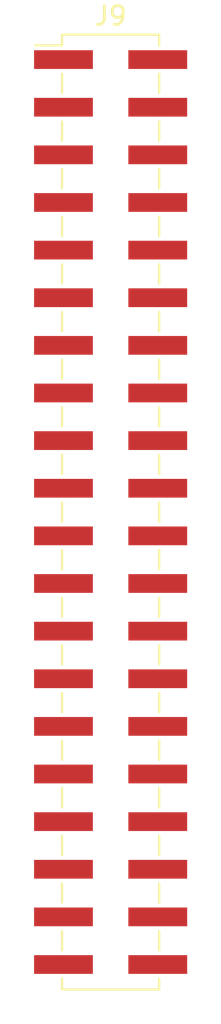
<source format=kicad_pcb>
(kicad_pcb (version 20240108) (generator "pcbnew") (generator_version "8.0")
  (layers (0 "F.Cu" signal) (31 "B.Cu" signal) (34 "B.Paste" user) (35 "F.Paste" user) (36 "B.SilkS" user "B.Silkscreen") (37 "F.SilkS" user "F.Silkscreen") (38 "B.Mask" user) (39 "F.Mask" user) (44 "Edge.Cuts" user))
  (net 0 "")
  (net 1 "3.3_VDC")
  (net 2 "CAN0_DIN")
  (net 3 "GND")
  (net 4 "I2S_FS")
  (net 5 "I2C2_CLK")
  (net 6 "I2C5_CLK")
  (net 7 "UART1_RX")
  (net 8 "UART1_TX")
  (net 9 "5.0_VDC")
  (net 10 "UART1_RTS")
  (net 11 "SPI1_SCK")
  (net 12 "CAN1_DOUT")
  (net 13 "GPIO8")
  (net 14 "I2S_SDIN")
  (net 15 "SPI_MISO")
  (net 16 "GPIO17")
  (net 17 "I2C2_DAT")
  (net 18 "I2S2_CLK")
  (net 19 "CAN1_DIN")
  (net 20 "GPIO32")
  (net 21 "SPI1_CS0_N")
  (net 22 "I2S_SDOUT")
  (net 23 "SPI1_MOSI")
  (net 24 "SPI1_CS1_N")
  (net 25 "GPIO35")
  (net 26 "GPIO9")
  (net 27 "I2C5_DAT")
  (net 28 "GPIO27")
  (net 29 "CAN0_DOUT")
  (net 30 "MCLK05")
  (net 31 "UART1_CTS")
  (footprint "Connector_PinHeader_2.54mm:PinHeader_2x20_P2.54mm_Vertical_SMD" (layer "F.Cu") (at 57.575 94.97)
    (property "Reference" "J9" (at 0 -26.46 0) (layer "F.SilkS"))
    (property "Value" "~")
    (fp_line (start -4.04 -24.89) (end -2.6 -24.89) (stroke (width 0.12)) (layer "F.SilkS"))
    (fp_line (start -2.6 -25.46) (end -2.6 -24.89) (stroke (width 0.12)) (layer "F.SilkS"))
    (fp_line (start -2.6 -25.46) (end 2.6 -25.46) (stroke (width 0.12)) (layer "F.SilkS"))
    (fp_line (start -2.6 -23.37) (end -2.6 -22.35) (stroke (width 0.12)) (layer "F.SilkS"))
    (fp_line (start -2.6 -20.83) (end -2.6 -19.81) (stroke (width 0.12)) (layer "F.SilkS"))
    (fp_line (start -2.6 -18.29) (end -2.6 -17.27) (stroke (width 0.12)) (layer "F.SilkS"))
    (fp_line (start -2.6 -15.75) (end -2.6 -14.73) (stroke (width 0.12)) (layer "F.SilkS"))
    (fp_line (start -2.6 -13.21) (end -2.6 -12.19) (stroke (width 0.12)) (layer "F.SilkS"))
    (fp_line (start -2.6 -10.67) (end -2.6 -9.65) (stroke (width 0.12)) (layer "F.SilkS"))
    (fp_line (start -2.6 -8.13) (end -2.6 -7.11) (stroke (width 0.12)) (layer "F.SilkS"))
    (fp_line (start -2.6 -5.59) (end -2.6 -4.57) (stroke (width 0.12)) (layer "F.SilkS"))
    (fp_line (start -2.6 -3.05) (end -2.6 -2.03) (stroke (width 0.12)) (layer "F.SilkS"))
    (fp_line (start -2.6 -0.51) (end -2.6 0.51) (stroke (width 0.12)) (layer "F.SilkS"))
    (fp_line (start -2.6 2.03) (end -2.6 3.05) (stroke (width 0.12)) (layer "F.SilkS"))
    (fp_line (start -2.6 4.57) (end -2.6 5.59) (stroke (width 0.12)) (layer "F.SilkS"))
    (fp_line (start -2.6 7.11) (end -2.6 8.13) (stroke (width 0.12)) (layer "F.SilkS"))
    (fp_line (start -2.6 9.65) (end -2.6 10.67) (stroke (width 0.12)) (layer "F.SilkS"))
    (fp_line (start -2.6 12.19) (end -2.6 13.21) (stroke (width 0.12)) (layer "F.SilkS"))
    (fp_line (start -2.6 14.73) (end -2.6 15.75) (stroke (width 0.12)) (layer "F.SilkS"))
    (fp_line (start -2.6 17.27) (end -2.6 18.29) (stroke (width 0.12)) (layer "F.SilkS"))
    (fp_line (start -2.6 19.81) (end -2.6 20.83) (stroke (width 0.12)) (layer "F.SilkS"))
    (fp_line (start -2.6 22.35) (end -2.6 23.37) (stroke (width 0.12)) (layer "F.SilkS"))
    (fp_line (start -2.6 24.89) (end -2.6 25.46) (stroke (width 0.12)) (layer "F.SilkS"))
    (fp_line (start -2.6 25.46) (end 2.6 25.46) (stroke (width 0.12)) (layer "F.SilkS"))
    (fp_line (start 2.6 -25.46) (end 2.6 -24.89) (stroke (width 0.12)) (layer "F.SilkS"))
    (fp_line (start 2.6 -23.37) (end 2.6 -22.35) (stroke (width 0.12)) (layer "F.SilkS"))
    (fp_line (start 2.6 -20.83) (end 2.6 -19.81) (stroke (width 0.12)) (layer "F.SilkS"))
    (fp_line (start 2.6 -18.29) (end 2.6 -17.27) (stroke (width 0.12)) (layer "F.SilkS"))
    (fp_line (start 2.6 -15.75) (end 2.6 -14.73) (stroke (width 0.12)) (layer "F.SilkS"))
    (fp_line (start 2.6 -13.21) (end 2.6 -12.19) (stroke (width 0.12)) (layer "F.SilkS"))
    (fp_line (start 2.6 -10.67) (end 2.6 -9.65) (stroke (width 0.12)) (layer "F.SilkS"))
    (fp_line (start 2.6 -8.13) (end 2.6 -7.11) (stroke (width 0.12)) (layer "F.SilkS"))
    (fp_line (start 2.6 -5.59) (end 2.6 -4.57) (stroke (width 0.12)) (layer "F.SilkS"))
    (fp_line (start 2.6 -3.05) (end 2.6 -2.03) (stroke (width 0.12)) (layer "F.SilkS"))
    (fp_line (start 2.6 -0.51) (end 2.6 0.51) (stroke (width 0.12)) (layer "F.SilkS"))
    (fp_line (start 2.6 2.03) (end 2.6 3.05) (stroke (width 0.12)) (layer "F.SilkS"))
    (fp_line (start 2.6 4.57) (end 2.6 5.59) (stroke (width 0.12)) (layer "F.SilkS"))
    (fp_line (start 2.6 7.11) (end 2.6 8.13) (stroke (width 0.12)) (layer "F.SilkS"))
    (fp_line (start 2.6 9.65) (end 2.6 10.67) (stroke (width 0.12)) (layer "F.SilkS"))
    (fp_line (start 2.6 12.19) (end 2.6 13.21) (stroke (width 0.12)) (layer "F.SilkS"))
    (fp_line (start 2.6 14.73) (end 2.6 15.75) (stroke (width 0.12)) (layer "F.SilkS"))
    (fp_line (start 2.6 17.27) (end 2.6 18.29) (stroke (width 0.12)) (layer "F.SilkS"))
    (fp_line (start 2.6 19.81) (end 2.6 20.83) (stroke (width 0.12)) (layer "F.SilkS"))
    (fp_line (start 2.6 22.35) (end 2.6 23.37) (stroke (width 0.12)) (layer "F.SilkS"))
    (fp_line (start 2.6 24.89) (end 2.6 25.46) (stroke (width 0.12)) (layer "F.SilkS"))
    (pad "1" smd rect (at -2.525 -24.13) (size 3.15 1) (layers "F.Cu" "F.Paste" "F.Mask") (net 1 "3.3_VDC"))
    (pad "2" smd rect (at 2.525 -24.13) (size 3.15 1) (layers "F.Cu" "F.Paste" "F.Mask") (net 9 "5.0_VDC"))
    (pad "3" smd rect (at -2.525 -21.59) (size 3.15 1) (layers "F.Cu" "F.Paste" "F.Mask") (net 27 "I2C5_DAT"))
    (pad "4" smd rect (at 2.525 -21.59) (size 3.15 1) (layers "F.Cu" "F.Paste" "F.Mask") (net 9 "5.0_VDC"))
    (pad "5" smd rect (at -2.525 -19.05) (size 3.15 1) (layers "F.Cu" "F.Paste" "F.Mask") (net 6 "I2C5_CLK"))
    (pad "6" smd rect (at 2.525 -19.05) (size 3.15 1) (layers "F.Cu" "F.Paste" "F.Mask") (net 3 "GND"))
    (pad "7" smd rect (at -2.525 -16.51) (size 3.15 1) (layers "F.Cu" "F.Paste" "F.Mask") (net 30 "MCLK05"))
    (pad "8" smd rect (at 2.525 -16.51) (size 3.15 1) (layers "F.Cu" "F.Paste" "F.Mask") (net 8 "UART1_TX"))
    (pad "9" smd rect (at -2.525 -13.97) (size 3.15 1) (layers "F.Cu" "F.Paste" "F.Mask") (net 3 "GND"))
    (pad "10" smd rect (at 2.525 -13.97) (size 3.15 1) (layers "F.Cu" "F.Paste" "F.Mask") (net 7 "UART1_RX"))
    (pad "11" smd rect (at -2.525 -11.43) (size 3.15 1) (layers "F.Cu" "F.Paste" "F.Mask") (net 10 "UART1_RTS"))
    (pad "12" smd rect (at 2.525 -11.43) (size 3.15 1) (layers "F.Cu" "F.Paste" "F.Mask") (net 18 "I2S2_CLK"))
    (pad "13" smd rect (at -2.525 -8.89) (size 3.15 1) (layers "F.Cu" "F.Paste" "F.Mask") (net 20 "GPIO32"))
    (pad "14" smd rect (at 2.525 -8.89) (size 3.15 1) (layers "F.Cu" "F.Paste" "F.Mask") (net 3 "GND"))
    (pad "15" smd rect (at -2.525 -6.35) (size 3.15 1) (layers "F.Cu" "F.Paste" "F.Mask") (net 28 "GPIO27"))
    (pad "16" smd rect (at 2.525 -6.35) (size 3.15 1) (layers "F.Cu" "F.Paste" "F.Mask") (net 13 "GPIO8"))
    (pad "17" smd rect (at -2.525 -3.81) (size 3.15 1) (layers "F.Cu" "F.Paste" "F.Mask") (net 1 "3.3_VDC"))
    (pad "18" smd rect (at 2.525 -3.81) (size 3.15 1) (layers "F.Cu" "F.Paste" "F.Mask") (net 25 "GPIO35"))
    (pad "19" smd rect (at -2.525 -1.27) (size 3.15 1) (layers "F.Cu" "F.Paste" "F.Mask") (net 23 "SPI1_MOSI"))
    (pad "20" smd rect (at 2.525 -1.27) (size 3.15 1) (layers "F.Cu" "F.Paste" "F.Mask") (net 3 "GND"))
    (pad "21" smd rect (at -2.525 1.27) (size 3.15 1) (layers "F.Cu" "F.Paste" "F.Mask") (net 15 "SPI_MISO"))
    (pad "22" smd rect (at 2.525 1.27) (size 3.15 1) (layers "F.Cu" "F.Paste" "F.Mask") (net 16 "GPIO17"))
    (pad "23" smd rect (at -2.525 3.81) (size 3.15 1) (layers "F.Cu" "F.Paste" "F.Mask") (net 11 "SPI1_SCK"))
    (pad "24" smd rect (at 2.525 3.81) (size 3.15 1) (layers "F.Cu" "F.Paste" "F.Mask") (net 21 "SPI1_CS0_N"))
    (pad "25" smd rect (at -2.525 6.35) (size 3.15 1) (layers "F.Cu" "F.Paste" "F.Mask") (net 3 "GND"))
    (pad "26" smd rect (at 2.525 6.35) (size 3.15 1) (layers "F.Cu" "F.Paste" "F.Mask") (net 24 "SPI1_CS1_N"))
    (pad "27" smd rect (at -2.525 8.89) (size 3.15 1) (layers "F.Cu" "F.Paste" "F.Mask") (net 17 "I2C2_DAT"))
    (pad "28" smd rect (at 2.525 8.89) (size 3.15 1) (layers "F.Cu" "F.Paste" "F.Mask") (net 5 "I2C2_CLK"))
    (pad "29" smd rect (at -2.525 11.43) (size 3.15 1) (layers "F.Cu" "F.Paste" "F.Mask") (net 2 "CAN0_DIN"))
    (pad "30" smd rect (at 2.525 11.43) (size 3.15 1) (layers "F.Cu" "F.Paste" "F.Mask") (net 3 "GND"))
    (pad "31" smd rect (at -2.525 13.97) (size 3.15 1) (layers "F.Cu" "F.Paste" "F.Mask") (net 29 "CAN0_DOUT"))
    (pad "32" smd rect (at 2.525 13.97) (size 3.15 1) (layers "F.Cu" "F.Paste" "F.Mask") (net 26 "GPIO9"))
    (pad "33" smd rect (at -2.525 16.51) (size 3.15 1) (layers "F.Cu" "F.Paste" "F.Mask") (net 12 "CAN1_DOUT"))
    (pad "34" smd rect (at 2.525 16.51) (size 3.15 1) (layers "F.Cu" "F.Paste" "F.Mask") (net 3 "GND"))
    (pad "35" smd rect (at -2.525 19.05) (size 3.15 1) (layers "F.Cu" "F.Paste" "F.Mask") (net 4 "I2S_FS"))
    (pad "36" smd rect (at 2.525 19.05) (size 3.15 1) (layers "F.Cu" "F.Paste" "F.Mask") (net 31 "UART1_CTS"))
    (pad "37" smd rect (at -2.525 21.59) (size 3.15 1) (layers "F.Cu" "F.Paste" "F.Mask") (net 19 "CAN1_DIN"))
    (pad "38" smd rect (at 2.525 21.59) (size 3.15 1) (layers "F.Cu" "F.Paste" "F.Mask") (net 14 "I2S_SDIN"))
    (pad "39" smd rect (at -2.525 24.13) (size 3.15 1) (layers "F.Cu" "F.Paste" "F.Mask") (net 3 "GND"))
    (pad "40" smd rect (at 2.525 24.13) (size 3.15 1) (layers "F.Cu" "F.Paste" "F.Mask") (net 22 "I2S_SDOUT"))
  )
)
</source>
